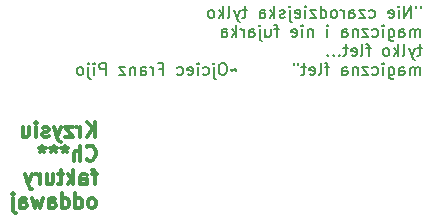
<source format=gbr>
%TF.GenerationSoftware,KiCad,Pcbnew,9.0.1*%
%TF.CreationDate,2025-06-17T22:10:16+02:00*%
%TF.ProjectId,PUTM_EV_CART_INDICATOR,5055544d-5f45-4565-9f43-4152545f494e,rev?*%
%TF.SameCoordinates,Original*%
%TF.FileFunction,Legend,Bot*%
%TF.FilePolarity,Positive*%
%FSLAX46Y46*%
G04 Gerber Fmt 4.6, Leading zero omitted, Abs format (unit mm)*
G04 Created by KiCad (PCBNEW 9.0.1) date 2025-06-17 22:10:16*
%MOMM*%
%LPD*%
G01*
G04 APERTURE LIST*
%ADD10C,0.300000*%
%ADD11C,0.200000*%
G04 APERTURE END LIST*
D10*
X94505012Y-77794133D02*
X94505012Y-76544133D01*
X93790727Y-77794133D02*
X94326441Y-77079848D01*
X93790727Y-76544133D02*
X94505012Y-77258419D01*
X93255012Y-77794133D02*
X93255012Y-76960800D01*
X93255012Y-77198895D02*
X93195489Y-77079848D01*
X93195489Y-77079848D02*
X93135965Y-77020324D01*
X93135965Y-77020324D02*
X93016917Y-76960800D01*
X93016917Y-76960800D02*
X92897870Y-76960800D01*
X92600250Y-76960800D02*
X91945488Y-76960800D01*
X91945488Y-76960800D02*
X92600250Y-77794133D01*
X92600250Y-77794133D02*
X91945488Y-77794133D01*
X91588345Y-76960800D02*
X91290726Y-77794133D01*
X90993107Y-76960800D02*
X91290726Y-77794133D01*
X91290726Y-77794133D02*
X91409774Y-78091752D01*
X91409774Y-78091752D02*
X91469297Y-78151276D01*
X91469297Y-78151276D02*
X91588345Y-78210800D01*
X90576440Y-77734610D02*
X90457393Y-77794133D01*
X90457393Y-77794133D02*
X90219297Y-77794133D01*
X90219297Y-77794133D02*
X90100250Y-77734610D01*
X90100250Y-77734610D02*
X90040726Y-77615562D01*
X90040726Y-77615562D02*
X90040726Y-77556038D01*
X90040726Y-77556038D02*
X90100250Y-77436990D01*
X90100250Y-77436990D02*
X90219297Y-77377467D01*
X90219297Y-77377467D02*
X90397869Y-77377467D01*
X90397869Y-77377467D02*
X90516916Y-77317943D01*
X90516916Y-77317943D02*
X90576440Y-77198895D01*
X90576440Y-77198895D02*
X90576440Y-77139371D01*
X90576440Y-77139371D02*
X90516916Y-77020324D01*
X90516916Y-77020324D02*
X90397869Y-76960800D01*
X90397869Y-76960800D02*
X90219297Y-76960800D01*
X90219297Y-76960800D02*
X90100250Y-77020324D01*
X89505011Y-77794133D02*
X89505011Y-76960800D01*
X89505011Y-76544133D02*
X89564535Y-76603657D01*
X89564535Y-76603657D02*
X89505011Y-76663181D01*
X89505011Y-76663181D02*
X89445488Y-76603657D01*
X89445488Y-76603657D02*
X89505011Y-76544133D01*
X89505011Y-76544133D02*
X89505011Y-76663181D01*
X88374059Y-76960800D02*
X88374059Y-77794133D01*
X88909773Y-76960800D02*
X88909773Y-77615562D01*
X88909773Y-77615562D02*
X88850250Y-77734610D01*
X88850250Y-77734610D02*
X88731202Y-77794133D01*
X88731202Y-77794133D02*
X88552631Y-77794133D01*
X88552631Y-77794133D02*
X88433583Y-77734610D01*
X88433583Y-77734610D02*
X88374059Y-77675086D01*
X93790727Y-79687516D02*
X93850251Y-79747040D01*
X93850251Y-79747040D02*
X94028822Y-79806563D01*
X94028822Y-79806563D02*
X94147870Y-79806563D01*
X94147870Y-79806563D02*
X94326441Y-79747040D01*
X94326441Y-79747040D02*
X94445489Y-79627992D01*
X94445489Y-79627992D02*
X94505012Y-79508944D01*
X94505012Y-79508944D02*
X94564536Y-79270849D01*
X94564536Y-79270849D02*
X94564536Y-79092278D01*
X94564536Y-79092278D02*
X94505012Y-78854182D01*
X94505012Y-78854182D02*
X94445489Y-78735135D01*
X94445489Y-78735135D02*
X94326441Y-78616087D01*
X94326441Y-78616087D02*
X94147870Y-78556563D01*
X94147870Y-78556563D02*
X94028822Y-78556563D01*
X94028822Y-78556563D02*
X93850251Y-78616087D01*
X93850251Y-78616087D02*
X93790727Y-78675611D01*
X93255012Y-79806563D02*
X93255012Y-78556563D01*
X92719298Y-79806563D02*
X92719298Y-79151801D01*
X92719298Y-79151801D02*
X92778822Y-79032754D01*
X92778822Y-79032754D02*
X92897870Y-78973230D01*
X92897870Y-78973230D02*
X93076441Y-78973230D01*
X93076441Y-78973230D02*
X93195489Y-79032754D01*
X93195489Y-79032754D02*
X93255012Y-79092278D01*
X91945489Y-78556563D02*
X91945489Y-78854182D01*
X92243108Y-78735135D02*
X91945489Y-78854182D01*
X91945489Y-78854182D02*
X91647870Y-78735135D01*
X92124060Y-79092278D02*
X91945489Y-78854182D01*
X91945489Y-78854182D02*
X91766918Y-79092278D01*
X90993108Y-78556563D02*
X90993108Y-78854182D01*
X91290727Y-78735135D02*
X90993108Y-78854182D01*
X90993108Y-78854182D02*
X90695489Y-78735135D01*
X91171679Y-79092278D02*
X90993108Y-78854182D01*
X90993108Y-78854182D02*
X90814537Y-79092278D01*
X90040727Y-78556563D02*
X90040727Y-78854182D01*
X90338346Y-78735135D02*
X90040727Y-78854182D01*
X90040727Y-78854182D02*
X89743108Y-78735135D01*
X90219298Y-79092278D02*
X90040727Y-78854182D01*
X90040727Y-78854182D02*
X89862156Y-79092278D01*
X94683584Y-80985660D02*
X94207393Y-80985660D01*
X94505012Y-81818993D02*
X94505012Y-80747565D01*
X94505012Y-80747565D02*
X94445489Y-80628517D01*
X94445489Y-80628517D02*
X94326441Y-80568993D01*
X94326441Y-80568993D02*
X94207393Y-80568993D01*
X93255012Y-81818993D02*
X93255012Y-81164231D01*
X93255012Y-81164231D02*
X93314536Y-81045184D01*
X93314536Y-81045184D02*
X93433584Y-80985660D01*
X93433584Y-80985660D02*
X93671679Y-80985660D01*
X93671679Y-80985660D02*
X93790726Y-81045184D01*
X93255012Y-81759470D02*
X93374060Y-81818993D01*
X93374060Y-81818993D02*
X93671679Y-81818993D01*
X93671679Y-81818993D02*
X93790726Y-81759470D01*
X93790726Y-81759470D02*
X93850250Y-81640422D01*
X93850250Y-81640422D02*
X93850250Y-81521374D01*
X93850250Y-81521374D02*
X93790726Y-81402327D01*
X93790726Y-81402327D02*
X93671679Y-81342803D01*
X93671679Y-81342803D02*
X93374060Y-81342803D01*
X93374060Y-81342803D02*
X93255012Y-81283279D01*
X92659774Y-81818993D02*
X92659774Y-80568993D01*
X92540727Y-81342803D02*
X92183584Y-81818993D01*
X92183584Y-80985660D02*
X92659774Y-81461850D01*
X91826441Y-80985660D02*
X91350250Y-80985660D01*
X91647869Y-80568993D02*
X91647869Y-81640422D01*
X91647869Y-81640422D02*
X91588346Y-81759470D01*
X91588346Y-81759470D02*
X91469298Y-81818993D01*
X91469298Y-81818993D02*
X91350250Y-81818993D01*
X90397869Y-80985660D02*
X90397869Y-81818993D01*
X90933583Y-80985660D02*
X90933583Y-81640422D01*
X90933583Y-81640422D02*
X90874060Y-81759470D01*
X90874060Y-81759470D02*
X90755012Y-81818993D01*
X90755012Y-81818993D02*
X90576441Y-81818993D01*
X90576441Y-81818993D02*
X90457393Y-81759470D01*
X90457393Y-81759470D02*
X90397869Y-81699946D01*
X89802631Y-81818993D02*
X89802631Y-80985660D01*
X89802631Y-81223755D02*
X89743108Y-81104708D01*
X89743108Y-81104708D02*
X89683584Y-81045184D01*
X89683584Y-81045184D02*
X89564536Y-80985660D01*
X89564536Y-80985660D02*
X89445489Y-80985660D01*
X89147869Y-80985660D02*
X88850250Y-81818993D01*
X88552631Y-80985660D02*
X88850250Y-81818993D01*
X88850250Y-81818993D02*
X88969298Y-82116612D01*
X88969298Y-82116612D02*
X89028821Y-82176136D01*
X89028821Y-82176136D02*
X89147869Y-82235660D01*
X94326441Y-83831423D02*
X94445489Y-83771900D01*
X94445489Y-83771900D02*
X94505012Y-83712376D01*
X94505012Y-83712376D02*
X94564536Y-83593328D01*
X94564536Y-83593328D02*
X94564536Y-83236185D01*
X94564536Y-83236185D02*
X94505012Y-83117138D01*
X94505012Y-83117138D02*
X94445489Y-83057614D01*
X94445489Y-83057614D02*
X94326441Y-82998090D01*
X94326441Y-82998090D02*
X94147870Y-82998090D01*
X94147870Y-82998090D02*
X94028822Y-83057614D01*
X94028822Y-83057614D02*
X93969298Y-83117138D01*
X93969298Y-83117138D02*
X93909774Y-83236185D01*
X93909774Y-83236185D02*
X93909774Y-83593328D01*
X93909774Y-83593328D02*
X93969298Y-83712376D01*
X93969298Y-83712376D02*
X94028822Y-83771900D01*
X94028822Y-83771900D02*
X94147870Y-83831423D01*
X94147870Y-83831423D02*
X94326441Y-83831423D01*
X92838346Y-83831423D02*
X92838346Y-82581423D01*
X92838346Y-83771900D02*
X92957394Y-83831423D01*
X92957394Y-83831423D02*
X93195489Y-83831423D01*
X93195489Y-83831423D02*
X93314537Y-83771900D01*
X93314537Y-83771900D02*
X93374060Y-83712376D01*
X93374060Y-83712376D02*
X93433584Y-83593328D01*
X93433584Y-83593328D02*
X93433584Y-83236185D01*
X93433584Y-83236185D02*
X93374060Y-83117138D01*
X93374060Y-83117138D02*
X93314537Y-83057614D01*
X93314537Y-83057614D02*
X93195489Y-82998090D01*
X93195489Y-82998090D02*
X92957394Y-82998090D01*
X92957394Y-82998090D02*
X92838346Y-83057614D01*
X91707394Y-83831423D02*
X91707394Y-82581423D01*
X91707394Y-83771900D02*
X91826442Y-83831423D01*
X91826442Y-83831423D02*
X92064537Y-83831423D01*
X92064537Y-83831423D02*
X92183585Y-83771900D01*
X92183585Y-83771900D02*
X92243108Y-83712376D01*
X92243108Y-83712376D02*
X92302632Y-83593328D01*
X92302632Y-83593328D02*
X92302632Y-83236185D01*
X92302632Y-83236185D02*
X92243108Y-83117138D01*
X92243108Y-83117138D02*
X92183585Y-83057614D01*
X92183585Y-83057614D02*
X92064537Y-82998090D01*
X92064537Y-82998090D02*
X91826442Y-82998090D01*
X91826442Y-82998090D02*
X91707394Y-83057614D01*
X90576442Y-83831423D02*
X90576442Y-83176661D01*
X90576442Y-83176661D02*
X90635966Y-83057614D01*
X90635966Y-83057614D02*
X90755014Y-82998090D01*
X90755014Y-82998090D02*
X90993109Y-82998090D01*
X90993109Y-82998090D02*
X91112156Y-83057614D01*
X90576442Y-83771900D02*
X90695490Y-83831423D01*
X90695490Y-83831423D02*
X90993109Y-83831423D01*
X90993109Y-83831423D02*
X91112156Y-83771900D01*
X91112156Y-83771900D02*
X91171680Y-83652852D01*
X91171680Y-83652852D02*
X91171680Y-83533804D01*
X91171680Y-83533804D02*
X91112156Y-83414757D01*
X91112156Y-83414757D02*
X90993109Y-83355233D01*
X90993109Y-83355233D02*
X90695490Y-83355233D01*
X90695490Y-83355233D02*
X90576442Y-83295709D01*
X90100252Y-82998090D02*
X89862157Y-83831423D01*
X89862157Y-83831423D02*
X89624062Y-83236185D01*
X89624062Y-83236185D02*
X89385966Y-83831423D01*
X89385966Y-83831423D02*
X89147871Y-82998090D01*
X88135966Y-83831423D02*
X88135966Y-83176661D01*
X88135966Y-83176661D02*
X88195490Y-83057614D01*
X88195490Y-83057614D02*
X88314538Y-82998090D01*
X88314538Y-82998090D02*
X88552633Y-82998090D01*
X88552633Y-82998090D02*
X88671680Y-83057614D01*
X88135966Y-83771900D02*
X88255014Y-83831423D01*
X88255014Y-83831423D02*
X88552633Y-83831423D01*
X88552633Y-83831423D02*
X88671680Y-83771900D01*
X88671680Y-83771900D02*
X88731204Y-83652852D01*
X88731204Y-83652852D02*
X88731204Y-83533804D01*
X88731204Y-83533804D02*
X88671680Y-83414757D01*
X88671680Y-83414757D02*
X88552633Y-83355233D01*
X88552633Y-83355233D02*
X88255014Y-83355233D01*
X88255014Y-83355233D02*
X88135966Y-83295709D01*
X87540728Y-82998090D02*
X87540728Y-84069519D01*
X87540728Y-84069519D02*
X87600252Y-84188566D01*
X87600252Y-84188566D02*
X87719300Y-84248090D01*
X87719300Y-84248090D02*
X87778824Y-84248090D01*
X87540728Y-82581423D02*
X87600252Y-82640947D01*
X87600252Y-82640947D02*
X87540728Y-82700471D01*
X87540728Y-82700471D02*
X87481205Y-82640947D01*
X87481205Y-82640947D02*
X87540728Y-82581423D01*
X87540728Y-82581423D02*
X87540728Y-82700471D01*
D11*
X122077945Y-66737387D02*
X122077945Y-66927863D01*
X121696993Y-66737387D02*
X121696993Y-66927863D01*
X121268421Y-67737387D02*
X121268421Y-66737387D01*
X121268421Y-66737387D02*
X120696993Y-67737387D01*
X120696993Y-67737387D02*
X120696993Y-66737387D01*
X120220802Y-67737387D02*
X120220802Y-67070720D01*
X120220802Y-66737387D02*
X120268421Y-66785006D01*
X120268421Y-66785006D02*
X120220802Y-66832625D01*
X120220802Y-66832625D02*
X120173183Y-66785006D01*
X120173183Y-66785006D02*
X120220802Y-66737387D01*
X120220802Y-66737387D02*
X120220802Y-66832625D01*
X119363660Y-67689768D02*
X119458898Y-67737387D01*
X119458898Y-67737387D02*
X119649374Y-67737387D01*
X119649374Y-67737387D02*
X119744612Y-67689768D01*
X119744612Y-67689768D02*
X119792231Y-67594529D01*
X119792231Y-67594529D02*
X119792231Y-67213577D01*
X119792231Y-67213577D02*
X119744612Y-67118339D01*
X119744612Y-67118339D02*
X119649374Y-67070720D01*
X119649374Y-67070720D02*
X119458898Y-67070720D01*
X119458898Y-67070720D02*
X119363660Y-67118339D01*
X119363660Y-67118339D02*
X119316041Y-67213577D01*
X119316041Y-67213577D02*
X119316041Y-67308815D01*
X119316041Y-67308815D02*
X119792231Y-67404053D01*
X117696993Y-67689768D02*
X117792231Y-67737387D01*
X117792231Y-67737387D02*
X117982707Y-67737387D01*
X117982707Y-67737387D02*
X118077945Y-67689768D01*
X118077945Y-67689768D02*
X118125564Y-67642148D01*
X118125564Y-67642148D02*
X118173183Y-67546910D01*
X118173183Y-67546910D02*
X118173183Y-67261196D01*
X118173183Y-67261196D02*
X118125564Y-67165958D01*
X118125564Y-67165958D02*
X118077945Y-67118339D01*
X118077945Y-67118339D02*
X117982707Y-67070720D01*
X117982707Y-67070720D02*
X117792231Y-67070720D01*
X117792231Y-67070720D02*
X117696993Y-67118339D01*
X117363659Y-67070720D02*
X116839850Y-67070720D01*
X116839850Y-67070720D02*
X117363659Y-67737387D01*
X117363659Y-67737387D02*
X116839850Y-67737387D01*
X116030326Y-67737387D02*
X116030326Y-67213577D01*
X116030326Y-67213577D02*
X116077945Y-67118339D01*
X116077945Y-67118339D02*
X116173183Y-67070720D01*
X116173183Y-67070720D02*
X116363659Y-67070720D01*
X116363659Y-67070720D02*
X116458897Y-67118339D01*
X116030326Y-67689768D02*
X116125564Y-67737387D01*
X116125564Y-67737387D02*
X116363659Y-67737387D01*
X116363659Y-67737387D02*
X116458897Y-67689768D01*
X116458897Y-67689768D02*
X116506516Y-67594529D01*
X116506516Y-67594529D02*
X116506516Y-67499291D01*
X116506516Y-67499291D02*
X116458897Y-67404053D01*
X116458897Y-67404053D02*
X116363659Y-67356434D01*
X116363659Y-67356434D02*
X116125564Y-67356434D01*
X116125564Y-67356434D02*
X116030326Y-67308815D01*
X115554135Y-67737387D02*
X115554135Y-67070720D01*
X115554135Y-67261196D02*
X115506516Y-67165958D01*
X115506516Y-67165958D02*
X115458897Y-67118339D01*
X115458897Y-67118339D02*
X115363659Y-67070720D01*
X115363659Y-67070720D02*
X115268421Y-67070720D01*
X114792230Y-67737387D02*
X114887468Y-67689768D01*
X114887468Y-67689768D02*
X114935087Y-67642148D01*
X114935087Y-67642148D02*
X114982706Y-67546910D01*
X114982706Y-67546910D02*
X114982706Y-67261196D01*
X114982706Y-67261196D02*
X114935087Y-67165958D01*
X114935087Y-67165958D02*
X114887468Y-67118339D01*
X114887468Y-67118339D02*
X114792230Y-67070720D01*
X114792230Y-67070720D02*
X114649373Y-67070720D01*
X114649373Y-67070720D02*
X114554135Y-67118339D01*
X114554135Y-67118339D02*
X114506516Y-67165958D01*
X114506516Y-67165958D02*
X114458897Y-67261196D01*
X114458897Y-67261196D02*
X114458897Y-67546910D01*
X114458897Y-67546910D02*
X114506516Y-67642148D01*
X114506516Y-67642148D02*
X114554135Y-67689768D01*
X114554135Y-67689768D02*
X114649373Y-67737387D01*
X114649373Y-67737387D02*
X114792230Y-67737387D01*
X113601754Y-67737387D02*
X113601754Y-66737387D01*
X113601754Y-67689768D02*
X113696992Y-67737387D01*
X113696992Y-67737387D02*
X113887468Y-67737387D01*
X113887468Y-67737387D02*
X113982706Y-67689768D01*
X113982706Y-67689768D02*
X114030325Y-67642148D01*
X114030325Y-67642148D02*
X114077944Y-67546910D01*
X114077944Y-67546910D02*
X114077944Y-67261196D01*
X114077944Y-67261196D02*
X114030325Y-67165958D01*
X114030325Y-67165958D02*
X113982706Y-67118339D01*
X113982706Y-67118339D02*
X113887468Y-67070720D01*
X113887468Y-67070720D02*
X113696992Y-67070720D01*
X113696992Y-67070720D02*
X113601754Y-67118339D01*
X113220801Y-67070720D02*
X112696992Y-67070720D01*
X112696992Y-67070720D02*
X113220801Y-67737387D01*
X113220801Y-67737387D02*
X112696992Y-67737387D01*
X112316039Y-67737387D02*
X112316039Y-67070720D01*
X112316039Y-66737387D02*
X112363658Y-66785006D01*
X112363658Y-66785006D02*
X112316039Y-66832625D01*
X112316039Y-66832625D02*
X112268420Y-66785006D01*
X112268420Y-66785006D02*
X112316039Y-66737387D01*
X112316039Y-66737387D02*
X112316039Y-66832625D01*
X111458897Y-67689768D02*
X111554135Y-67737387D01*
X111554135Y-67737387D02*
X111744611Y-67737387D01*
X111744611Y-67737387D02*
X111839849Y-67689768D01*
X111839849Y-67689768D02*
X111887468Y-67594529D01*
X111887468Y-67594529D02*
X111887468Y-67213577D01*
X111887468Y-67213577D02*
X111839849Y-67118339D01*
X111839849Y-67118339D02*
X111744611Y-67070720D01*
X111744611Y-67070720D02*
X111554135Y-67070720D01*
X111554135Y-67070720D02*
X111458897Y-67118339D01*
X111458897Y-67118339D02*
X111411278Y-67213577D01*
X111411278Y-67213577D02*
X111411278Y-67308815D01*
X111411278Y-67308815D02*
X111887468Y-67404053D01*
X110982706Y-67070720D02*
X110982706Y-67927863D01*
X110982706Y-67927863D02*
X111030325Y-68023101D01*
X111030325Y-68023101D02*
X111125563Y-68070720D01*
X111125563Y-68070720D02*
X111173182Y-68070720D01*
X110982706Y-66737387D02*
X111030325Y-66785006D01*
X111030325Y-66785006D02*
X110982706Y-66832625D01*
X110982706Y-66832625D02*
X110935087Y-66785006D01*
X110935087Y-66785006D02*
X110982706Y-66737387D01*
X110982706Y-66737387D02*
X110982706Y-66832625D01*
X110554135Y-67689768D02*
X110458897Y-67737387D01*
X110458897Y-67737387D02*
X110268421Y-67737387D01*
X110268421Y-67737387D02*
X110173183Y-67689768D01*
X110173183Y-67689768D02*
X110125564Y-67594529D01*
X110125564Y-67594529D02*
X110125564Y-67546910D01*
X110125564Y-67546910D02*
X110173183Y-67451672D01*
X110173183Y-67451672D02*
X110268421Y-67404053D01*
X110268421Y-67404053D02*
X110411278Y-67404053D01*
X110411278Y-67404053D02*
X110506516Y-67356434D01*
X110506516Y-67356434D02*
X110554135Y-67261196D01*
X110554135Y-67261196D02*
X110554135Y-67213577D01*
X110554135Y-67213577D02*
X110506516Y-67118339D01*
X110506516Y-67118339D02*
X110411278Y-67070720D01*
X110411278Y-67070720D02*
X110268421Y-67070720D01*
X110268421Y-67070720D02*
X110173183Y-67118339D01*
X109696992Y-67737387D02*
X109696992Y-66737387D01*
X109601754Y-67356434D02*
X109316040Y-67737387D01*
X109316040Y-67070720D02*
X109696992Y-67451672D01*
X108458897Y-67737387D02*
X108458897Y-67213577D01*
X108458897Y-67213577D02*
X108506516Y-67118339D01*
X108506516Y-67118339D02*
X108601754Y-67070720D01*
X108601754Y-67070720D02*
X108792230Y-67070720D01*
X108792230Y-67070720D02*
X108887468Y-67118339D01*
X108458897Y-67689768D02*
X108554135Y-67737387D01*
X108554135Y-67737387D02*
X108792230Y-67737387D01*
X108792230Y-67737387D02*
X108887468Y-67689768D01*
X108887468Y-67689768D02*
X108935087Y-67594529D01*
X108935087Y-67594529D02*
X108935087Y-67499291D01*
X108935087Y-67499291D02*
X108887468Y-67404053D01*
X108887468Y-67404053D02*
X108792230Y-67356434D01*
X108792230Y-67356434D02*
X108554135Y-67356434D01*
X108554135Y-67356434D02*
X108458897Y-67308815D01*
X107363658Y-67070720D02*
X106982706Y-67070720D01*
X107220801Y-66737387D02*
X107220801Y-67594529D01*
X107220801Y-67594529D02*
X107173182Y-67689768D01*
X107173182Y-67689768D02*
X107077944Y-67737387D01*
X107077944Y-67737387D02*
X106982706Y-67737387D01*
X106744610Y-67070720D02*
X106506515Y-67737387D01*
X106268420Y-67070720D02*
X106506515Y-67737387D01*
X106506515Y-67737387D02*
X106601753Y-67975482D01*
X106601753Y-67975482D02*
X106649372Y-68023101D01*
X106649372Y-68023101D02*
X106744610Y-68070720D01*
X105744610Y-67737387D02*
X105839848Y-67689768D01*
X105839848Y-67689768D02*
X105887467Y-67594529D01*
X105887467Y-67594529D02*
X105887467Y-66737387D01*
X105363657Y-67737387D02*
X105363657Y-66737387D01*
X105268419Y-67356434D02*
X104982705Y-67737387D01*
X104982705Y-67070720D02*
X105363657Y-67451672D01*
X104411276Y-67737387D02*
X104506514Y-67689768D01*
X104506514Y-67689768D02*
X104554133Y-67642148D01*
X104554133Y-67642148D02*
X104601752Y-67546910D01*
X104601752Y-67546910D02*
X104601752Y-67261196D01*
X104601752Y-67261196D02*
X104554133Y-67165958D01*
X104554133Y-67165958D02*
X104506514Y-67118339D01*
X104506514Y-67118339D02*
X104411276Y-67070720D01*
X104411276Y-67070720D02*
X104268419Y-67070720D01*
X104268419Y-67070720D02*
X104173181Y-67118339D01*
X104173181Y-67118339D02*
X104125562Y-67165958D01*
X104125562Y-67165958D02*
X104077943Y-67261196D01*
X104077943Y-67261196D02*
X104077943Y-67546910D01*
X104077943Y-67546910D02*
X104125562Y-67642148D01*
X104125562Y-67642148D02*
X104173181Y-67689768D01*
X104173181Y-67689768D02*
X104268419Y-67737387D01*
X104268419Y-67737387D02*
X104411276Y-67737387D01*
X122030326Y-69347331D02*
X122030326Y-68680664D01*
X122030326Y-68775902D02*
X121982707Y-68728283D01*
X121982707Y-68728283D02*
X121887469Y-68680664D01*
X121887469Y-68680664D02*
X121744612Y-68680664D01*
X121744612Y-68680664D02*
X121649374Y-68728283D01*
X121649374Y-68728283D02*
X121601755Y-68823521D01*
X121601755Y-68823521D02*
X121601755Y-69347331D01*
X121601755Y-68823521D02*
X121554136Y-68728283D01*
X121554136Y-68728283D02*
X121458898Y-68680664D01*
X121458898Y-68680664D02*
X121316041Y-68680664D01*
X121316041Y-68680664D02*
X121220802Y-68728283D01*
X121220802Y-68728283D02*
X121173183Y-68823521D01*
X121173183Y-68823521D02*
X121173183Y-69347331D01*
X120268422Y-69347331D02*
X120268422Y-68823521D01*
X120268422Y-68823521D02*
X120316041Y-68728283D01*
X120316041Y-68728283D02*
X120411279Y-68680664D01*
X120411279Y-68680664D02*
X120601755Y-68680664D01*
X120601755Y-68680664D02*
X120696993Y-68728283D01*
X120268422Y-69299712D02*
X120363660Y-69347331D01*
X120363660Y-69347331D02*
X120601755Y-69347331D01*
X120601755Y-69347331D02*
X120696993Y-69299712D01*
X120696993Y-69299712D02*
X120744612Y-69204473D01*
X120744612Y-69204473D02*
X120744612Y-69109235D01*
X120744612Y-69109235D02*
X120696993Y-69013997D01*
X120696993Y-69013997D02*
X120601755Y-68966378D01*
X120601755Y-68966378D02*
X120363660Y-68966378D01*
X120363660Y-68966378D02*
X120268422Y-68918759D01*
X119363660Y-68680664D02*
X119363660Y-69490188D01*
X119363660Y-69490188D02*
X119411279Y-69585426D01*
X119411279Y-69585426D02*
X119458898Y-69633045D01*
X119458898Y-69633045D02*
X119554136Y-69680664D01*
X119554136Y-69680664D02*
X119696993Y-69680664D01*
X119696993Y-69680664D02*
X119792231Y-69633045D01*
X119363660Y-69299712D02*
X119458898Y-69347331D01*
X119458898Y-69347331D02*
X119649374Y-69347331D01*
X119649374Y-69347331D02*
X119744612Y-69299712D01*
X119744612Y-69299712D02*
X119792231Y-69252092D01*
X119792231Y-69252092D02*
X119839850Y-69156854D01*
X119839850Y-69156854D02*
X119839850Y-68871140D01*
X119839850Y-68871140D02*
X119792231Y-68775902D01*
X119792231Y-68775902D02*
X119744612Y-68728283D01*
X119744612Y-68728283D02*
X119649374Y-68680664D01*
X119649374Y-68680664D02*
X119458898Y-68680664D01*
X119458898Y-68680664D02*
X119363660Y-68728283D01*
X118887469Y-69347331D02*
X118887469Y-68680664D01*
X118887469Y-68347331D02*
X118935088Y-68394950D01*
X118935088Y-68394950D02*
X118887469Y-68442569D01*
X118887469Y-68442569D02*
X118839850Y-68394950D01*
X118839850Y-68394950D02*
X118887469Y-68347331D01*
X118887469Y-68347331D02*
X118887469Y-68442569D01*
X117982708Y-69299712D02*
X118077946Y-69347331D01*
X118077946Y-69347331D02*
X118268422Y-69347331D01*
X118268422Y-69347331D02*
X118363660Y-69299712D01*
X118363660Y-69299712D02*
X118411279Y-69252092D01*
X118411279Y-69252092D02*
X118458898Y-69156854D01*
X118458898Y-69156854D02*
X118458898Y-68871140D01*
X118458898Y-68871140D02*
X118411279Y-68775902D01*
X118411279Y-68775902D02*
X118363660Y-68728283D01*
X118363660Y-68728283D02*
X118268422Y-68680664D01*
X118268422Y-68680664D02*
X118077946Y-68680664D01*
X118077946Y-68680664D02*
X117982708Y-68728283D01*
X117649374Y-68680664D02*
X117125565Y-68680664D01*
X117125565Y-68680664D02*
X117649374Y-69347331D01*
X117649374Y-69347331D02*
X117125565Y-69347331D01*
X116744612Y-68680664D02*
X116744612Y-69347331D01*
X116744612Y-68775902D02*
X116696993Y-68728283D01*
X116696993Y-68728283D02*
X116601755Y-68680664D01*
X116601755Y-68680664D02*
X116458898Y-68680664D01*
X116458898Y-68680664D02*
X116363660Y-68728283D01*
X116363660Y-68728283D02*
X116316041Y-68823521D01*
X116316041Y-68823521D02*
X116316041Y-69347331D01*
X115411279Y-69347331D02*
X115411279Y-68823521D01*
X115411279Y-68823521D02*
X115458898Y-68728283D01*
X115458898Y-68728283D02*
X115554136Y-68680664D01*
X115554136Y-68680664D02*
X115744612Y-68680664D01*
X115744612Y-68680664D02*
X115839850Y-68728283D01*
X115411279Y-69299712D02*
X115506517Y-69347331D01*
X115506517Y-69347331D02*
X115744612Y-69347331D01*
X115744612Y-69347331D02*
X115839850Y-69299712D01*
X115839850Y-69299712D02*
X115887469Y-69204473D01*
X115887469Y-69204473D02*
X115887469Y-69109235D01*
X115887469Y-69109235D02*
X115839850Y-69013997D01*
X115839850Y-69013997D02*
X115744612Y-68966378D01*
X115744612Y-68966378D02*
X115506517Y-68966378D01*
X115506517Y-68966378D02*
X115411279Y-68918759D01*
X114173183Y-69347331D02*
X114173183Y-68680664D01*
X114173183Y-68347331D02*
X114220802Y-68394950D01*
X114220802Y-68394950D02*
X114173183Y-68442569D01*
X114173183Y-68442569D02*
X114125564Y-68394950D01*
X114125564Y-68394950D02*
X114173183Y-68347331D01*
X114173183Y-68347331D02*
X114173183Y-68442569D01*
X112935088Y-68680664D02*
X112935088Y-69347331D01*
X112935088Y-68775902D02*
X112887469Y-68728283D01*
X112887469Y-68728283D02*
X112792231Y-68680664D01*
X112792231Y-68680664D02*
X112649374Y-68680664D01*
X112649374Y-68680664D02*
X112554136Y-68728283D01*
X112554136Y-68728283D02*
X112506517Y-68823521D01*
X112506517Y-68823521D02*
X112506517Y-69347331D01*
X112030326Y-69347331D02*
X112030326Y-68680664D01*
X112030326Y-68347331D02*
X112077945Y-68394950D01*
X112077945Y-68394950D02*
X112030326Y-68442569D01*
X112030326Y-68442569D02*
X111982707Y-68394950D01*
X111982707Y-68394950D02*
X112030326Y-68347331D01*
X112030326Y-68347331D02*
X112030326Y-68442569D01*
X111173184Y-69299712D02*
X111268422Y-69347331D01*
X111268422Y-69347331D02*
X111458898Y-69347331D01*
X111458898Y-69347331D02*
X111554136Y-69299712D01*
X111554136Y-69299712D02*
X111601755Y-69204473D01*
X111601755Y-69204473D02*
X111601755Y-68823521D01*
X111601755Y-68823521D02*
X111554136Y-68728283D01*
X111554136Y-68728283D02*
X111458898Y-68680664D01*
X111458898Y-68680664D02*
X111268422Y-68680664D01*
X111268422Y-68680664D02*
X111173184Y-68728283D01*
X111173184Y-68728283D02*
X111125565Y-68823521D01*
X111125565Y-68823521D02*
X111125565Y-68918759D01*
X111125565Y-68918759D02*
X111601755Y-69013997D01*
X110077945Y-68680664D02*
X109696993Y-68680664D01*
X109935088Y-69347331D02*
X109935088Y-68490188D01*
X109935088Y-68490188D02*
X109887469Y-68394950D01*
X109887469Y-68394950D02*
X109792231Y-68347331D01*
X109792231Y-68347331D02*
X109696993Y-68347331D01*
X108935088Y-68680664D02*
X108935088Y-69347331D01*
X109363659Y-68680664D02*
X109363659Y-69204473D01*
X109363659Y-69204473D02*
X109316040Y-69299712D01*
X109316040Y-69299712D02*
X109220802Y-69347331D01*
X109220802Y-69347331D02*
X109077945Y-69347331D01*
X109077945Y-69347331D02*
X108982707Y-69299712D01*
X108982707Y-69299712D02*
X108935088Y-69252092D01*
X108458897Y-68680664D02*
X108458897Y-69537807D01*
X108458897Y-69537807D02*
X108506516Y-69633045D01*
X108506516Y-69633045D02*
X108601754Y-69680664D01*
X108601754Y-69680664D02*
X108649373Y-69680664D01*
X108458897Y-68347331D02*
X108506516Y-68394950D01*
X108506516Y-68394950D02*
X108458897Y-68442569D01*
X108458897Y-68442569D02*
X108411278Y-68394950D01*
X108411278Y-68394950D02*
X108458897Y-68347331D01*
X108458897Y-68347331D02*
X108458897Y-68442569D01*
X107554136Y-69347331D02*
X107554136Y-68823521D01*
X107554136Y-68823521D02*
X107601755Y-68728283D01*
X107601755Y-68728283D02*
X107696993Y-68680664D01*
X107696993Y-68680664D02*
X107887469Y-68680664D01*
X107887469Y-68680664D02*
X107982707Y-68728283D01*
X107554136Y-69299712D02*
X107649374Y-69347331D01*
X107649374Y-69347331D02*
X107887469Y-69347331D01*
X107887469Y-69347331D02*
X107982707Y-69299712D01*
X107982707Y-69299712D02*
X108030326Y-69204473D01*
X108030326Y-69204473D02*
X108030326Y-69109235D01*
X108030326Y-69109235D02*
X107982707Y-69013997D01*
X107982707Y-69013997D02*
X107887469Y-68966378D01*
X107887469Y-68966378D02*
X107649374Y-68966378D01*
X107649374Y-68966378D02*
X107554136Y-68918759D01*
X107077945Y-69347331D02*
X107077945Y-68680664D01*
X107077945Y-68871140D02*
X107030326Y-68775902D01*
X107030326Y-68775902D02*
X106982707Y-68728283D01*
X106982707Y-68728283D02*
X106887469Y-68680664D01*
X106887469Y-68680664D02*
X106792231Y-68680664D01*
X106458897Y-69347331D02*
X106458897Y-68347331D01*
X106363659Y-68966378D02*
X106077945Y-69347331D01*
X106077945Y-68680664D02*
X106458897Y-69061616D01*
X105220802Y-69347331D02*
X105220802Y-68823521D01*
X105220802Y-68823521D02*
X105268421Y-68728283D01*
X105268421Y-68728283D02*
X105363659Y-68680664D01*
X105363659Y-68680664D02*
X105554135Y-68680664D01*
X105554135Y-68680664D02*
X105649373Y-68728283D01*
X105220802Y-69299712D02*
X105316040Y-69347331D01*
X105316040Y-69347331D02*
X105554135Y-69347331D01*
X105554135Y-69347331D02*
X105649373Y-69299712D01*
X105649373Y-69299712D02*
X105696992Y-69204473D01*
X105696992Y-69204473D02*
X105696992Y-69109235D01*
X105696992Y-69109235D02*
X105649373Y-69013997D01*
X105649373Y-69013997D02*
X105554135Y-68966378D01*
X105554135Y-68966378D02*
X105316040Y-68966378D01*
X105316040Y-68966378D02*
X105220802Y-68918759D01*
X122173183Y-70290608D02*
X121792231Y-70290608D01*
X122030326Y-69957275D02*
X122030326Y-70814417D01*
X122030326Y-70814417D02*
X121982707Y-70909656D01*
X121982707Y-70909656D02*
X121887469Y-70957275D01*
X121887469Y-70957275D02*
X121792231Y-70957275D01*
X121554135Y-70290608D02*
X121316040Y-70957275D01*
X121077945Y-70290608D02*
X121316040Y-70957275D01*
X121316040Y-70957275D02*
X121411278Y-71195370D01*
X121411278Y-71195370D02*
X121458897Y-71242989D01*
X121458897Y-71242989D02*
X121554135Y-71290608D01*
X120554135Y-70957275D02*
X120649373Y-70909656D01*
X120649373Y-70909656D02*
X120696992Y-70814417D01*
X120696992Y-70814417D02*
X120696992Y-69957275D01*
X120173182Y-70957275D02*
X120173182Y-69957275D01*
X120077944Y-70576322D02*
X119792230Y-70957275D01*
X119792230Y-70290608D02*
X120173182Y-70671560D01*
X119220801Y-70957275D02*
X119316039Y-70909656D01*
X119316039Y-70909656D02*
X119363658Y-70862036D01*
X119363658Y-70862036D02*
X119411277Y-70766798D01*
X119411277Y-70766798D02*
X119411277Y-70481084D01*
X119411277Y-70481084D02*
X119363658Y-70385846D01*
X119363658Y-70385846D02*
X119316039Y-70338227D01*
X119316039Y-70338227D02*
X119220801Y-70290608D01*
X119220801Y-70290608D02*
X119077944Y-70290608D01*
X119077944Y-70290608D02*
X118982706Y-70338227D01*
X118982706Y-70338227D02*
X118935087Y-70385846D01*
X118935087Y-70385846D02*
X118887468Y-70481084D01*
X118887468Y-70481084D02*
X118887468Y-70766798D01*
X118887468Y-70766798D02*
X118935087Y-70862036D01*
X118935087Y-70862036D02*
X118982706Y-70909656D01*
X118982706Y-70909656D02*
X119077944Y-70957275D01*
X119077944Y-70957275D02*
X119220801Y-70957275D01*
X117839848Y-70290608D02*
X117458896Y-70290608D01*
X117696991Y-70957275D02*
X117696991Y-70100132D01*
X117696991Y-70100132D02*
X117649372Y-70004894D01*
X117649372Y-70004894D02*
X117554134Y-69957275D01*
X117554134Y-69957275D02*
X117458896Y-69957275D01*
X116982705Y-70957275D02*
X117077943Y-70909656D01*
X117077943Y-70909656D02*
X117125562Y-70814417D01*
X117125562Y-70814417D02*
X117125562Y-69957275D01*
X116220800Y-70909656D02*
X116316038Y-70957275D01*
X116316038Y-70957275D02*
X116506514Y-70957275D01*
X116506514Y-70957275D02*
X116601752Y-70909656D01*
X116601752Y-70909656D02*
X116649371Y-70814417D01*
X116649371Y-70814417D02*
X116649371Y-70433465D01*
X116649371Y-70433465D02*
X116601752Y-70338227D01*
X116601752Y-70338227D02*
X116506514Y-70290608D01*
X116506514Y-70290608D02*
X116316038Y-70290608D01*
X116316038Y-70290608D02*
X116220800Y-70338227D01*
X116220800Y-70338227D02*
X116173181Y-70433465D01*
X116173181Y-70433465D02*
X116173181Y-70528703D01*
X116173181Y-70528703D02*
X116649371Y-70623941D01*
X115887466Y-70290608D02*
X115506514Y-70290608D01*
X115744609Y-69957275D02*
X115744609Y-70814417D01*
X115744609Y-70814417D02*
X115696990Y-70909656D01*
X115696990Y-70909656D02*
X115601752Y-70957275D01*
X115601752Y-70957275D02*
X115506514Y-70957275D01*
X115173180Y-70862036D02*
X115125561Y-70909656D01*
X115125561Y-70909656D02*
X115173180Y-70957275D01*
X115173180Y-70957275D02*
X115220799Y-70909656D01*
X115220799Y-70909656D02*
X115173180Y-70862036D01*
X115173180Y-70862036D02*
X115173180Y-70957275D01*
X114696990Y-70862036D02*
X114649371Y-70909656D01*
X114649371Y-70909656D02*
X114696990Y-70957275D01*
X114696990Y-70957275D02*
X114744609Y-70909656D01*
X114744609Y-70909656D02*
X114696990Y-70862036D01*
X114696990Y-70862036D02*
X114696990Y-70957275D01*
X114220800Y-70862036D02*
X114173181Y-70909656D01*
X114173181Y-70909656D02*
X114220800Y-70957275D01*
X114220800Y-70957275D02*
X114268419Y-70909656D01*
X114268419Y-70909656D02*
X114220800Y-70862036D01*
X114220800Y-70862036D02*
X114220800Y-70957275D01*
X122030326Y-72567219D02*
X122030326Y-71900552D01*
X122030326Y-71995790D02*
X121982707Y-71948171D01*
X121982707Y-71948171D02*
X121887469Y-71900552D01*
X121887469Y-71900552D02*
X121744612Y-71900552D01*
X121744612Y-71900552D02*
X121649374Y-71948171D01*
X121649374Y-71948171D02*
X121601755Y-72043409D01*
X121601755Y-72043409D02*
X121601755Y-72567219D01*
X121601755Y-72043409D02*
X121554136Y-71948171D01*
X121554136Y-71948171D02*
X121458898Y-71900552D01*
X121458898Y-71900552D02*
X121316041Y-71900552D01*
X121316041Y-71900552D02*
X121220802Y-71948171D01*
X121220802Y-71948171D02*
X121173183Y-72043409D01*
X121173183Y-72043409D02*
X121173183Y-72567219D01*
X120268422Y-72567219D02*
X120268422Y-72043409D01*
X120268422Y-72043409D02*
X120316041Y-71948171D01*
X120316041Y-71948171D02*
X120411279Y-71900552D01*
X120411279Y-71900552D02*
X120601755Y-71900552D01*
X120601755Y-71900552D02*
X120696993Y-71948171D01*
X120268422Y-72519600D02*
X120363660Y-72567219D01*
X120363660Y-72567219D02*
X120601755Y-72567219D01*
X120601755Y-72567219D02*
X120696993Y-72519600D01*
X120696993Y-72519600D02*
X120744612Y-72424361D01*
X120744612Y-72424361D02*
X120744612Y-72329123D01*
X120744612Y-72329123D02*
X120696993Y-72233885D01*
X120696993Y-72233885D02*
X120601755Y-72186266D01*
X120601755Y-72186266D02*
X120363660Y-72186266D01*
X120363660Y-72186266D02*
X120268422Y-72138647D01*
X119363660Y-71900552D02*
X119363660Y-72710076D01*
X119363660Y-72710076D02*
X119411279Y-72805314D01*
X119411279Y-72805314D02*
X119458898Y-72852933D01*
X119458898Y-72852933D02*
X119554136Y-72900552D01*
X119554136Y-72900552D02*
X119696993Y-72900552D01*
X119696993Y-72900552D02*
X119792231Y-72852933D01*
X119363660Y-72519600D02*
X119458898Y-72567219D01*
X119458898Y-72567219D02*
X119649374Y-72567219D01*
X119649374Y-72567219D02*
X119744612Y-72519600D01*
X119744612Y-72519600D02*
X119792231Y-72471980D01*
X119792231Y-72471980D02*
X119839850Y-72376742D01*
X119839850Y-72376742D02*
X119839850Y-72091028D01*
X119839850Y-72091028D02*
X119792231Y-71995790D01*
X119792231Y-71995790D02*
X119744612Y-71948171D01*
X119744612Y-71948171D02*
X119649374Y-71900552D01*
X119649374Y-71900552D02*
X119458898Y-71900552D01*
X119458898Y-71900552D02*
X119363660Y-71948171D01*
X118887469Y-72567219D02*
X118887469Y-71900552D01*
X118887469Y-71567219D02*
X118935088Y-71614838D01*
X118935088Y-71614838D02*
X118887469Y-71662457D01*
X118887469Y-71662457D02*
X118839850Y-71614838D01*
X118839850Y-71614838D02*
X118887469Y-71567219D01*
X118887469Y-71567219D02*
X118887469Y-71662457D01*
X117982708Y-72519600D02*
X118077946Y-72567219D01*
X118077946Y-72567219D02*
X118268422Y-72567219D01*
X118268422Y-72567219D02*
X118363660Y-72519600D01*
X118363660Y-72519600D02*
X118411279Y-72471980D01*
X118411279Y-72471980D02*
X118458898Y-72376742D01*
X118458898Y-72376742D02*
X118458898Y-72091028D01*
X118458898Y-72091028D02*
X118411279Y-71995790D01*
X118411279Y-71995790D02*
X118363660Y-71948171D01*
X118363660Y-71948171D02*
X118268422Y-71900552D01*
X118268422Y-71900552D02*
X118077946Y-71900552D01*
X118077946Y-71900552D02*
X117982708Y-71948171D01*
X117649374Y-71900552D02*
X117125565Y-71900552D01*
X117125565Y-71900552D02*
X117649374Y-72567219D01*
X117649374Y-72567219D02*
X117125565Y-72567219D01*
X116744612Y-71900552D02*
X116744612Y-72567219D01*
X116744612Y-71995790D02*
X116696993Y-71948171D01*
X116696993Y-71948171D02*
X116601755Y-71900552D01*
X116601755Y-71900552D02*
X116458898Y-71900552D01*
X116458898Y-71900552D02*
X116363660Y-71948171D01*
X116363660Y-71948171D02*
X116316041Y-72043409D01*
X116316041Y-72043409D02*
X116316041Y-72567219D01*
X115411279Y-72567219D02*
X115411279Y-72043409D01*
X115411279Y-72043409D02*
X115458898Y-71948171D01*
X115458898Y-71948171D02*
X115554136Y-71900552D01*
X115554136Y-71900552D02*
X115744612Y-71900552D01*
X115744612Y-71900552D02*
X115839850Y-71948171D01*
X115411279Y-72519600D02*
X115506517Y-72567219D01*
X115506517Y-72567219D02*
X115744612Y-72567219D01*
X115744612Y-72567219D02*
X115839850Y-72519600D01*
X115839850Y-72519600D02*
X115887469Y-72424361D01*
X115887469Y-72424361D02*
X115887469Y-72329123D01*
X115887469Y-72329123D02*
X115839850Y-72233885D01*
X115839850Y-72233885D02*
X115744612Y-72186266D01*
X115744612Y-72186266D02*
X115506517Y-72186266D01*
X115506517Y-72186266D02*
X115411279Y-72138647D01*
X114316040Y-71900552D02*
X113935088Y-71900552D01*
X114173183Y-72567219D02*
X114173183Y-71710076D01*
X114173183Y-71710076D02*
X114125564Y-71614838D01*
X114125564Y-71614838D02*
X114030326Y-71567219D01*
X114030326Y-71567219D02*
X113935088Y-71567219D01*
X113458897Y-72567219D02*
X113554135Y-72519600D01*
X113554135Y-72519600D02*
X113601754Y-72424361D01*
X113601754Y-72424361D02*
X113601754Y-71567219D01*
X112696992Y-72519600D02*
X112792230Y-72567219D01*
X112792230Y-72567219D02*
X112982706Y-72567219D01*
X112982706Y-72567219D02*
X113077944Y-72519600D01*
X113077944Y-72519600D02*
X113125563Y-72424361D01*
X113125563Y-72424361D02*
X113125563Y-72043409D01*
X113125563Y-72043409D02*
X113077944Y-71948171D01*
X113077944Y-71948171D02*
X112982706Y-71900552D01*
X112982706Y-71900552D02*
X112792230Y-71900552D01*
X112792230Y-71900552D02*
X112696992Y-71948171D01*
X112696992Y-71948171D02*
X112649373Y-72043409D01*
X112649373Y-72043409D02*
X112649373Y-72138647D01*
X112649373Y-72138647D02*
X113125563Y-72233885D01*
X112363658Y-71900552D02*
X111982706Y-71900552D01*
X112220801Y-71567219D02*
X112220801Y-72424361D01*
X112220801Y-72424361D02*
X112173182Y-72519600D01*
X112173182Y-72519600D02*
X112077944Y-72567219D01*
X112077944Y-72567219D02*
X111982706Y-72567219D01*
X111696991Y-71567219D02*
X111696991Y-71757695D01*
X111316039Y-71567219D02*
X111316039Y-71757695D01*
X106458894Y-72186266D02*
X106411275Y-72138647D01*
X106411275Y-72138647D02*
X106316037Y-72091028D01*
X106316037Y-72091028D02*
X106125561Y-72186266D01*
X106125561Y-72186266D02*
X106030323Y-72138647D01*
X106030323Y-72138647D02*
X105982704Y-72091028D01*
X105411275Y-71567219D02*
X105220799Y-71567219D01*
X105220799Y-71567219D02*
X105125561Y-71614838D01*
X105125561Y-71614838D02*
X105030323Y-71710076D01*
X105030323Y-71710076D02*
X104982704Y-71900552D01*
X104982704Y-71900552D02*
X104982704Y-72233885D01*
X104982704Y-72233885D02*
X105030323Y-72424361D01*
X105030323Y-72424361D02*
X105125561Y-72519600D01*
X105125561Y-72519600D02*
X105220799Y-72567219D01*
X105220799Y-72567219D02*
X105411275Y-72567219D01*
X105411275Y-72567219D02*
X105506513Y-72519600D01*
X105506513Y-72519600D02*
X105601751Y-72424361D01*
X105601751Y-72424361D02*
X105649370Y-72233885D01*
X105649370Y-72233885D02*
X105649370Y-71900552D01*
X105649370Y-71900552D02*
X105601751Y-71710076D01*
X105601751Y-71710076D02*
X105506513Y-71614838D01*
X105506513Y-71614838D02*
X105411275Y-71567219D01*
X104554132Y-71900552D02*
X104554132Y-72757695D01*
X104554132Y-72757695D02*
X104601751Y-72852933D01*
X104601751Y-72852933D02*
X104696989Y-72900552D01*
X104696989Y-72900552D02*
X104744608Y-72900552D01*
X104554132Y-71567219D02*
X104601751Y-71614838D01*
X104601751Y-71614838D02*
X104554132Y-71662457D01*
X104554132Y-71662457D02*
X104506513Y-71614838D01*
X104506513Y-71614838D02*
X104554132Y-71567219D01*
X104554132Y-71567219D02*
X104554132Y-71662457D01*
X103649371Y-72519600D02*
X103744609Y-72567219D01*
X103744609Y-72567219D02*
X103935085Y-72567219D01*
X103935085Y-72567219D02*
X104030323Y-72519600D01*
X104030323Y-72519600D02*
X104077942Y-72471980D01*
X104077942Y-72471980D02*
X104125561Y-72376742D01*
X104125561Y-72376742D02*
X104125561Y-72091028D01*
X104125561Y-72091028D02*
X104077942Y-71995790D01*
X104077942Y-71995790D02*
X104030323Y-71948171D01*
X104030323Y-71948171D02*
X103935085Y-71900552D01*
X103935085Y-71900552D02*
X103744609Y-71900552D01*
X103744609Y-71900552D02*
X103649371Y-71948171D01*
X103220799Y-72567219D02*
X103220799Y-71900552D01*
X103220799Y-71567219D02*
X103268418Y-71614838D01*
X103268418Y-71614838D02*
X103220799Y-71662457D01*
X103220799Y-71662457D02*
X103173180Y-71614838D01*
X103173180Y-71614838D02*
X103220799Y-71567219D01*
X103220799Y-71567219D02*
X103220799Y-71662457D01*
X102363657Y-72519600D02*
X102458895Y-72567219D01*
X102458895Y-72567219D02*
X102649371Y-72567219D01*
X102649371Y-72567219D02*
X102744609Y-72519600D01*
X102744609Y-72519600D02*
X102792228Y-72424361D01*
X102792228Y-72424361D02*
X102792228Y-72043409D01*
X102792228Y-72043409D02*
X102744609Y-71948171D01*
X102744609Y-71948171D02*
X102649371Y-71900552D01*
X102649371Y-71900552D02*
X102458895Y-71900552D01*
X102458895Y-71900552D02*
X102363657Y-71948171D01*
X102363657Y-71948171D02*
X102316038Y-72043409D01*
X102316038Y-72043409D02*
X102316038Y-72138647D01*
X102316038Y-72138647D02*
X102792228Y-72233885D01*
X101458895Y-72519600D02*
X101554133Y-72567219D01*
X101554133Y-72567219D02*
X101744609Y-72567219D01*
X101744609Y-72567219D02*
X101839847Y-72519600D01*
X101839847Y-72519600D02*
X101887466Y-72471980D01*
X101887466Y-72471980D02*
X101935085Y-72376742D01*
X101935085Y-72376742D02*
X101935085Y-72091028D01*
X101935085Y-72091028D02*
X101887466Y-71995790D01*
X101887466Y-71995790D02*
X101839847Y-71948171D01*
X101839847Y-71948171D02*
X101744609Y-71900552D01*
X101744609Y-71900552D02*
X101554133Y-71900552D01*
X101554133Y-71900552D02*
X101458895Y-71948171D01*
X99935085Y-72043409D02*
X100268418Y-72043409D01*
X100268418Y-72567219D02*
X100268418Y-71567219D01*
X100268418Y-71567219D02*
X99792228Y-71567219D01*
X99411275Y-72567219D02*
X99411275Y-71900552D01*
X99411275Y-72091028D02*
X99363656Y-71995790D01*
X99363656Y-71995790D02*
X99316037Y-71948171D01*
X99316037Y-71948171D02*
X99220799Y-71900552D01*
X99220799Y-71900552D02*
X99125561Y-71900552D01*
X98363656Y-72567219D02*
X98363656Y-72043409D01*
X98363656Y-72043409D02*
X98411275Y-71948171D01*
X98411275Y-71948171D02*
X98506513Y-71900552D01*
X98506513Y-71900552D02*
X98696989Y-71900552D01*
X98696989Y-71900552D02*
X98792227Y-71948171D01*
X98363656Y-72519600D02*
X98458894Y-72567219D01*
X98458894Y-72567219D02*
X98696989Y-72567219D01*
X98696989Y-72567219D02*
X98792227Y-72519600D01*
X98792227Y-72519600D02*
X98839846Y-72424361D01*
X98839846Y-72424361D02*
X98839846Y-72329123D01*
X98839846Y-72329123D02*
X98792227Y-72233885D01*
X98792227Y-72233885D02*
X98696989Y-72186266D01*
X98696989Y-72186266D02*
X98458894Y-72186266D01*
X98458894Y-72186266D02*
X98363656Y-72138647D01*
X97887465Y-71900552D02*
X97887465Y-72567219D01*
X97887465Y-71995790D02*
X97839846Y-71948171D01*
X97839846Y-71948171D02*
X97744608Y-71900552D01*
X97744608Y-71900552D02*
X97601751Y-71900552D01*
X97601751Y-71900552D02*
X97506513Y-71948171D01*
X97506513Y-71948171D02*
X97458894Y-72043409D01*
X97458894Y-72043409D02*
X97458894Y-72567219D01*
X97077941Y-71900552D02*
X96554132Y-71900552D01*
X96554132Y-71900552D02*
X97077941Y-72567219D01*
X97077941Y-72567219D02*
X96554132Y-72567219D01*
X95411274Y-72567219D02*
X95411274Y-71567219D01*
X95411274Y-71567219D02*
X95030322Y-71567219D01*
X95030322Y-71567219D02*
X94935084Y-71614838D01*
X94935084Y-71614838D02*
X94887465Y-71662457D01*
X94887465Y-71662457D02*
X94839846Y-71757695D01*
X94839846Y-71757695D02*
X94839846Y-71900552D01*
X94839846Y-71900552D02*
X94887465Y-71995790D01*
X94887465Y-71995790D02*
X94935084Y-72043409D01*
X94935084Y-72043409D02*
X95030322Y-72091028D01*
X95030322Y-72091028D02*
X95411274Y-72091028D01*
X94411274Y-72567219D02*
X94411274Y-71900552D01*
X94411274Y-71567219D02*
X94458893Y-71614838D01*
X94458893Y-71614838D02*
X94411274Y-71662457D01*
X94411274Y-71662457D02*
X94363655Y-71614838D01*
X94363655Y-71614838D02*
X94411274Y-71567219D01*
X94411274Y-71567219D02*
X94411274Y-71662457D01*
X93935084Y-71900552D02*
X93935084Y-72757695D01*
X93935084Y-72757695D02*
X93982703Y-72852933D01*
X93982703Y-72852933D02*
X94077941Y-72900552D01*
X94077941Y-72900552D02*
X94125560Y-72900552D01*
X93935084Y-71567219D02*
X93982703Y-71614838D01*
X93982703Y-71614838D02*
X93935084Y-71662457D01*
X93935084Y-71662457D02*
X93887465Y-71614838D01*
X93887465Y-71614838D02*
X93935084Y-71567219D01*
X93935084Y-71567219D02*
X93935084Y-71662457D01*
X93316037Y-72567219D02*
X93411275Y-72519600D01*
X93411275Y-72519600D02*
X93458894Y-72471980D01*
X93458894Y-72471980D02*
X93506513Y-72376742D01*
X93506513Y-72376742D02*
X93506513Y-72091028D01*
X93506513Y-72091028D02*
X93458894Y-71995790D01*
X93458894Y-71995790D02*
X93411275Y-71948171D01*
X93411275Y-71948171D02*
X93316037Y-71900552D01*
X93316037Y-71900552D02*
X93173180Y-71900552D01*
X93173180Y-71900552D02*
X93077942Y-71948171D01*
X93077942Y-71948171D02*
X93030323Y-71995790D01*
X93030323Y-71995790D02*
X92982704Y-72091028D01*
X92982704Y-72091028D02*
X92982704Y-72376742D01*
X92982704Y-72376742D02*
X93030323Y-72471980D01*
X93030323Y-72471980D02*
X93077942Y-72519600D01*
X93077942Y-72519600D02*
X93173180Y-72567219D01*
X93173180Y-72567219D02*
X93316037Y-72567219D01*
M02*

</source>
